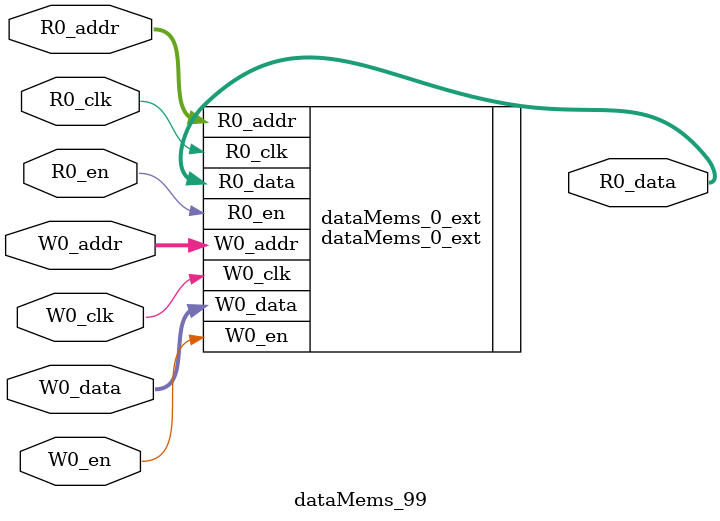
<source format=sv>
`ifndef RANDOMIZE
  `ifdef RANDOMIZE_REG_INIT
    `define RANDOMIZE
  `endif // RANDOMIZE_REG_INIT
`endif // not def RANDOMIZE
`ifndef RANDOMIZE
  `ifdef RANDOMIZE_MEM_INIT
    `define RANDOMIZE
  `endif // RANDOMIZE_MEM_INIT
`endif // not def RANDOMIZE

`ifndef RANDOM
  `define RANDOM $random
`endif // not def RANDOM

// Users can define 'PRINTF_COND' to add an extra gate to prints.
`ifndef PRINTF_COND_
  `ifdef PRINTF_COND
    `define PRINTF_COND_ (`PRINTF_COND)
  `else  // PRINTF_COND
    `define PRINTF_COND_ 1
  `endif // PRINTF_COND
`endif // not def PRINTF_COND_

// Users can define 'ASSERT_VERBOSE_COND' to add an extra gate to assert error printing.
`ifndef ASSERT_VERBOSE_COND_
  `ifdef ASSERT_VERBOSE_COND
    `define ASSERT_VERBOSE_COND_ (`ASSERT_VERBOSE_COND)
  `else  // ASSERT_VERBOSE_COND
    `define ASSERT_VERBOSE_COND_ 1
  `endif // ASSERT_VERBOSE_COND
`endif // not def ASSERT_VERBOSE_COND_

// Users can define 'STOP_COND' to add an extra gate to stop conditions.
`ifndef STOP_COND_
  `ifdef STOP_COND
    `define STOP_COND_ (`STOP_COND)
  `else  // STOP_COND
    `define STOP_COND_ 1
  `endif // STOP_COND
`endif // not def STOP_COND_

// Users can define INIT_RANDOM as general code that gets injected into the
// initializer block for modules with registers.
`ifndef INIT_RANDOM
  `define INIT_RANDOM
`endif // not def INIT_RANDOM

// If using random initialization, you can also define RANDOMIZE_DELAY to
// customize the delay used, otherwise 0.002 is used.
`ifndef RANDOMIZE_DELAY
  `define RANDOMIZE_DELAY 0.002
`endif // not def RANDOMIZE_DELAY

// Define INIT_RANDOM_PROLOG_ for use in our modules below.
`ifndef INIT_RANDOM_PROLOG_
  `ifdef RANDOMIZE
    `ifdef VERILATOR
      `define INIT_RANDOM_PROLOG_ `INIT_RANDOM
    `else  // VERILATOR
      `define INIT_RANDOM_PROLOG_ `INIT_RANDOM #`RANDOMIZE_DELAY begin end
    `endif // VERILATOR
  `else  // RANDOMIZE
    `define INIT_RANDOM_PROLOG_
  `endif // RANDOMIZE
`endif // not def INIT_RANDOM_PROLOG_

// Include register initializers in init blocks unless synthesis is set
`ifndef SYNTHESIS
  `ifndef ENABLE_INITIAL_REG_
    `define ENABLE_INITIAL_REG_
  `endif // not def ENABLE_INITIAL_REG_
`endif // not def SYNTHESIS

// Include rmemory initializers in init blocks unless synthesis is set
`ifndef SYNTHESIS
  `ifndef ENABLE_INITIAL_MEM_
    `define ENABLE_INITIAL_MEM_
  `endif // not def ENABLE_INITIAL_MEM_
`endif // not def SYNTHESIS

module dataMems_99(	// @[generators/ara/src/main/scala/UnsafeAXI4ToTL.scala:365:62]
  input  [4:0]   R0_addr,
  input          R0_en,
  input          R0_clk,
  output [130:0] R0_data,
  input  [4:0]   W0_addr,
  input          W0_en,
  input          W0_clk,
  input  [130:0] W0_data
);

  dataMems_0_ext dataMems_0_ext (	// @[generators/ara/src/main/scala/UnsafeAXI4ToTL.scala:365:62]
    .R0_addr (R0_addr),
    .R0_en   (R0_en),
    .R0_clk  (R0_clk),
    .R0_data (R0_data),
    .W0_addr (W0_addr),
    .W0_en   (W0_en),
    .W0_clk  (W0_clk),
    .W0_data (W0_data)
  );
endmodule


</source>
